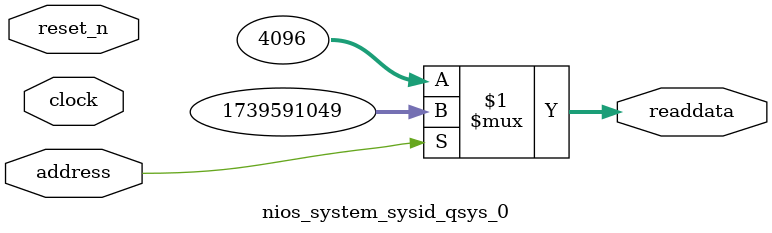
<source format=v>



// synthesis translate_off
`timescale 1ns / 1ps
// synthesis translate_on

// turn off superfluous verilog processor warnings 
// altera message_level Level1 
// altera message_off 10034 10035 10036 10037 10230 10240 10030 

module nios_system_sysid_qsys_0 (
               // inputs:
                address,
                clock,
                reset_n,

               // outputs:
                readdata
             )
;

  output  [ 31: 0] readdata;
  input            address;
  input            clock;
  input            reset_n;

  wire    [ 31: 0] readdata;
  //control_slave, which is an e_avalon_slave
  assign readdata = address ? 1739591049 : 4096;

endmodule



</source>
